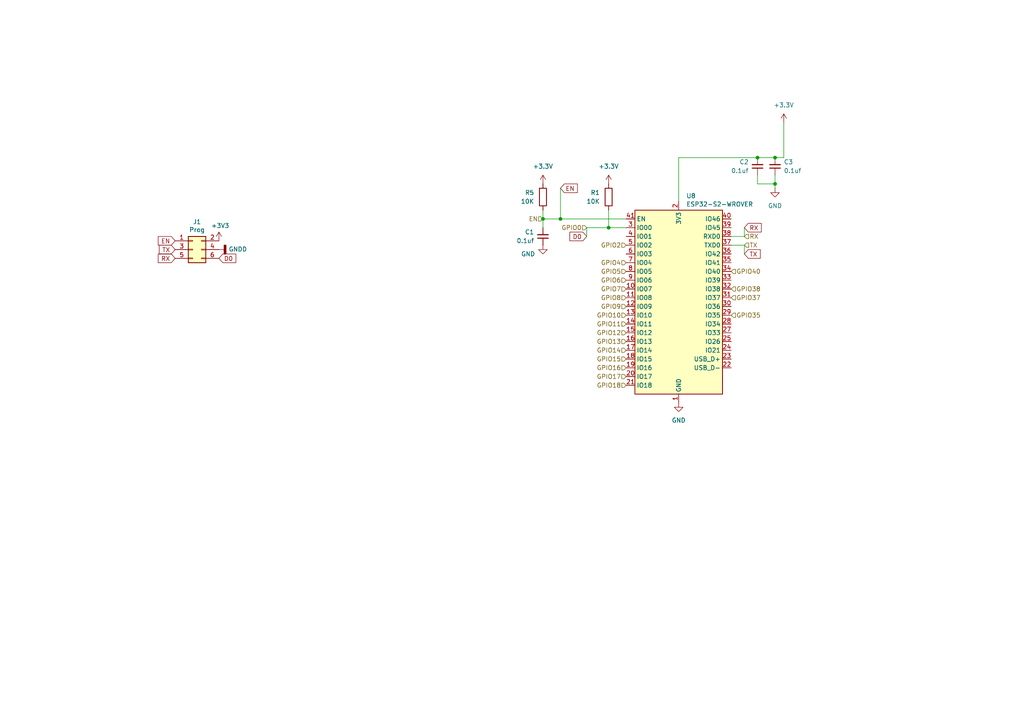
<source format=kicad_sch>
(kicad_sch (version 20231120) (generator "eeschema") (generator_version "8.0")
  (paper "A4")
  (lib_symbols
    (symbol "+3.3V_3" (power) (pin_names (offset 0))
      (property "Value" "+3.3V_3" (at 0 3.556 0))
      (symbol "+3.3V_3_0_1"
        (polyline (pts (xy -0.762 1.27) (xy 0 2.54)))
        (polyline (pts (xy 0 0) (xy 0 2.54)))
        (polyline (pts (xy 0 2.54) (xy 0.762 1.27)))
      )
      (symbol "+3.3V_3_1_1"
        (pin power_in line (at 0 0 90) (length 0) hide (name "+3.3V") (number "1"))
      )
    )
    (symbol "Connector_Generic:Conn_02x03_Odd_Even" (pin_names (offset 1.016) hide)
      (property "Reference" "J" (at 1.27 5.08 0))
      (property "Value" "Conn_02x03_Odd_Even" (at 1.27 -5.08 0))
      (symbol "Conn_02x03_Odd_Even_1_1"
        (rectangle (start -1.27 -2.413) (end 0 -2.667) (stroke (width 0.1524)))
        (rectangle (start -1.27 0.127) (end 0 -0.127) (stroke (width 0.1524)))
        (rectangle (start -1.27 2.667) (end 0 2.413) (stroke (width 0.1524)))
        (rectangle (start -1.27 3.81) (end 3.81 -3.81) (stroke (width 0.254)) (fill (type background)))
        (rectangle (start 3.81 -2.413) (end 2.54 -2.667) (stroke (width 0.1524)))
        (rectangle (start 3.81 0.127) (end 2.54 -0.127) (stroke (width 0.1524)))
        (rectangle (start 3.81 2.667) (end 2.54 2.413) (stroke (width 0.1524)))
        (pin passive line (at -5.08 2.54 0) (length 3.81) (name "Pin_1") (number "1"))
        (pin passive line (at 7.62 2.54 180) (length 3.81) (name "Pin_2") (number "2"))
        (pin passive line (at -5.08 0 0) (length 3.81) (name "Pin_3") (number "3"))
        (pin passive line (at 7.62 0 180) (length 3.81) (name "Pin_4") (number "4"))
        (pin passive line (at -5.08 -2.54 0) (length 3.81) (name "Pin_5") (number "5"))
        (pin passive line (at 7.62 -2.54 180) (length 3.81) (name "Pin_6") (number "6"))
      )
    )
    (symbol "Device:C_Small" (pin_numbers hide) (pin_names (offset 0.254) hide)
      (property "Reference" "C" (at 0.254 1.778 0))
      (property "Value" "C_Small" (at 0.254 -2.032 0))
      (symbol "C_Small_0_1"
        (polyline (pts (xy -1.524 -0.508) (xy 1.524 -0.508)) (stroke (width 0.3302)))
        (polyline (pts (xy -1.524 0.508) (xy 1.524 0.508)) (stroke (width 0.3048)))
      )
      (symbol "C_Small_1_1"
        (pin passive line (at 0 2.54 270) (length 2.032) (name "~") (number "1"))
        (pin passive line (at 0 -2.54 90) (length 2.032) (name "~") (number "2"))
      )
    )
    (symbol "Device:R" (pin_numbers hide) (pin_names (offset 0))
      (property "Reference" "R" (at 2.032 0 90))
      (property "Value" "R" (at 0 0 90))
      (symbol "R_0_1"
        (rectangle (start -1.016 -2.54) (end 1.016 2.54) (stroke (width 0.254)))
      )
      (symbol "R_1_1"
        (pin passive line (at 0 3.81 270) (length 1.27) (name "~") (number "1"))
        (pin passive line (at 0 -3.81 90) (length 1.27) (name "~") (number "2"))
      )
    )
    (symbol "GND_22" (power) (pin_names (offset 0))
      (property "Value" "GND_22" (at 0 -3.81 0))
      (symbol "GND_22_0_1"
        (polyline (pts (xy 0 0) (xy 0 -1.27) (xy 1.27 -1.27) (xy 0 -2.54) (xy -1.27 -1.27) (xy 0 -1.27)))
      )
      (symbol "GND_22_1_1"
        (pin power_in line (at 0 0 270) (length 0) hide (name "GND") (number "1"))
      )
    )
    (symbol "Programmer-rescue:+3V3-power" (power) (pin_names (offset 0))
      (property "Value" "power_+3V3" (at 0 3.556 0))
      (symbol "+3V3-power_0_1"
        (polyline (pts (xy -0.762 1.27) (xy 0 2.54)))
        (polyline (pts (xy 0 0) (xy 0 2.54)))
        (polyline (pts (xy 0 2.54) (xy 0.762 1.27)))
      )
      (symbol "+3V3-power_1_1"
        (pin power_in line (at 0 0 90) (length 0) hide (name "+3V3") (number "1"))
      )
    )
    (symbol "Programmer-rescue:GNDD-power" (power) (pin_names (offset 0))
      (property "Value" "power_GNDD" (at 0 -3.175 0))
      (symbol "GNDD-power_0_1"
        (rectangle (start -1.27 -1.524) (end 1.27 -2.032) (stroke (width 0.254)) (fill (type outline)))
        (polyline (pts (xy 0 0) (xy 0 -1.524)))
      )
      (symbol "GNDD-power_1_1"
        (pin power_in line (at 0 0 270) (length 0) hide (name "GNDD") (number "1"))
      )
    )
    (symbol "RF_Module:ESP32-S2-WROVER"
      (property "Reference" "U" (at -12.7 29.21 0))
      (property "Value" "ESP32-S2-WROVER" (at 2.54 29.21 0))
      (symbol "ESP32-S2-WROVER_0_1"
        (rectangle (start -12.7 27.94) (end 12.7 -25.4) (stroke (width 0.254)) (fill (type background)))
      )
      (symbol "ESP32-S2-WROVER_1_1"
        (pin power_in line (at 0 -27.94 90) (length 2.54) (name "GND") (number "1"))
        (pin bidirectional line (at -15.24 5.08 0) (length 2.54) (name "IO07") (number "10"))
        (pin bidirectional line (at -15.24 2.54 0) (length 2.54) (name "IO08") (number "11"))
        (pin bidirectional line (at -15.24 0 0) (length 2.54) (name "IO09") (number "12"))
        (pin bidirectional line (at -15.24 -2.54 0) (length 2.54) (name "IO10") (number "13"))
        (pin bidirectional line (at -15.24 -5.08 0) (length 2.54) (name "IO11") (number "14"))
        (pin bidirectional line (at -15.24 -7.62 0) (length 2.54) (name "IO12") (number "15"))
        (pin bidirectional line (at -15.24 -10.16 0) (length 2.54) (name "IO13") (number "16"))
        (pin bidirectional line (at -15.24 -12.7 0) (length 2.54) (name "IO14") (number "17"))
        (pin bidirectional line (at -15.24 -15.24 0) (length 2.54) (name "IO15") (number "18"))
        (pin bidirectional line (at -15.24 -17.78 0) (length 2.54) (name "IO16") (number "19"))
        (pin power_in line (at 0 30.48 270) (length 2.54) (name "3V3") (number "2"))
        (pin bidirectional line (at -15.24 -20.32 0) (length 2.54) (name "IO17") (number "20"))
        (pin bidirectional line (at -15.24 -22.86 0) (length 2.54) (name "IO18") (number "21"))
        (pin bidirectional line (at 15.24 -17.78 180) (length 2.54) (name "USB_D-") (number "22"))
        (pin bidirectional line (at 15.24 -15.24 180) (length 2.54) (name "USB_D+") (number "23"))
        (pin bidirectional line (at 15.24 -12.7 180) (length 2.54) (name "IO21") (number "24"))
        (pin bidirectional line (at 15.24 -10.16 180) (length 2.54) (name "IO26") (number "25"))
        (pin passive line (at 0 -27.94 90) (length 2.54) hide (name "GND") (number "26"))
        (pin bidirectional line (at 15.24 -7.62 180) (length 2.54) (name "IO33") (number "27"))
        (pin bidirectional line (at 15.24 -5.08 180) (length 2.54) (name "IO34") (number "28"))
        (pin bidirectional line (at 15.24 -2.54 180) (length 2.54) (name "IO35") (number "29"))
        (pin bidirectional line (at -15.24 22.86 0) (length 2.54) (name "IO00") (number "3"))
        (pin bidirectional line (at 15.24 0 180) (length 2.54) (name "IO36") (number "30"))
        (pin bidirectional line (at 15.24 2.54 180) (length 2.54) (name "IO37") (number "31"))
        (pin bidirectional line (at 15.24 5.08 180) (length 2.54) (name "IO38") (number "32"))
        (pin bidirectional line (at 15.24 7.62 180) (length 2.54) (name "IO39") (number "33"))
        (pin bidirectional line (at 15.24 10.16 180) (length 2.54) (name "IO40") (number "34"))
        (pin bidirectional line (at 15.24 12.7 180) (length 2.54) (name "IO41") (number "35"))
        (pin bidirectional line (at 15.24 15.24 180) (length 2.54) (name "IO42") (number "36"))
        (pin bidirectional line (at 15.24 17.78 180) (length 2.54) (name "TXD0") (number "37"))
        (pin bidirectional line (at 15.24 20.32 180) (length 2.54) (name "RXD0") (number "38"))
        (pin bidirectional line (at 15.24 22.86 180) (length 2.54) (name "IO45") (number "39"))
        (pin bidirectional line (at -15.24 20.32 0) (length 2.54) (name "IO01") (number "4"))
        (pin input line (at 15.24 25.4 180) (length 2.54) (name "IO46") (number "40"))
        (pin input line (at -15.24 25.4 0) (length 2.54) (name "EN") (number "41"))
        (pin passive line (at 0 -27.94 90) (length 2.54) hide (name "GND") (number "42"))
        (pin passive line (at 0 -27.94 90) (length 2.54) hide (name "GND") (number "43"))
        (pin bidirectional line (at -15.24 17.78 0) (length 2.54) (name "IO02") (number "5"))
        (pin bidirectional line (at -15.24 15.24 0) (length 2.54) (name "IO03") (number "6"))
        (pin bidirectional line (at -15.24 12.7 0) (length 2.54) (name "IO04") (number "7"))
        (pin bidirectional line (at -15.24 10.16 0) (length 2.54) (name "IO05") (number "8"))
        (pin bidirectional line (at -15.24 7.62 0) (length 2.54) (name "IO06") (number "9"))
      )
    )
  )
  (junction (at 224.79 53.34))
  (junction (at 176.53 66.04))
  (junction (at 162.56 63.5))
  (junction (at 224.79 45.72))
  (junction (at 219.71 45.72))
  (junction (at 157.48 63.5))
  (wire (pts (xy 162.56 54.61) (xy 162.56 63.5)))
  (wire (pts (xy 219.71 45.72) (xy 224.79 45.72)))
  (wire (pts (xy 219.71 50.8) (xy 219.71 53.34)))
  (wire (pts (xy 227.33 45.72) (xy 224.79 45.72)))
  (wire (pts (xy 215.9 66.04) (xy 215.9 68.58)))
  (wire (pts (xy 157.48 66.04) (xy 157.48 63.5)))
  (wire (pts (xy 227.33 35.56) (xy 227.33 45.72)))
  (wire (pts (xy 157.48 60.96) (xy 157.48 63.5)))
  (wire (pts (xy 196.85 45.72) (xy 219.71 45.72)))
  (wire (pts (xy 176.53 60.96) (xy 176.53 66.04)))
  (wire (pts (xy 170.18 66.04) (xy 176.53 66.04)))
  (wire (pts (xy 224.79 50.8) (xy 224.79 53.34)))
  (wire (pts (xy 162.56 63.5) (xy 181.61 63.5)))
  (wire (pts (xy 215.9 71.12) (xy 215.9 73.66)))
  (wire (pts (xy 170.18 66.04) (xy 170.18 68.58)))
  (wire (pts (xy 215.9 68.58) (xy 212.09 68.58)))
  (wire (pts (xy 215.9 71.12) (xy 212.09 71.12)))
  (wire (pts (xy 224.79 53.34) (xy 224.79 54.61)))
  (wire (pts (xy 196.85 45.72) (xy 196.85 58.42)))
  (wire (pts (xy 219.71 53.34) (xy 224.79 53.34)))
  (wire (pts (xy 157.48 63.5) (xy 162.56 63.5)))
  (wire (pts (xy 176.53 66.04) (xy 181.61 66.04)))
  (global_label "EN" (shape input) (at 162.56 54.61 0) (property "Intersheetrefs" "${INTERSHEET_REFS}" (effects (hide yes))))
  (global_label "RX" (shape input) (at 50.8 74.93 180) (property "Intersheetrefs" "${INTERSHEET_REFS}" (effects (hide yes))))
  (global_label "EN" (shape input) (at 50.8 69.85 180) (property "Intersheetrefs" "${INTERSHEET_REFS}" (effects (hide yes))))
  (global_label "D0" (shape input) (at 170.18 68.58 180) (property "Intersheetrefs" "${INTERSHEET_REFS}" (effects (hide yes))))
  (global_label "TX" (shape input) (at 215.9 73.66 0) (property "Intersheetrefs" "${INTERSHEET_REFS}" (effects (hide yes))))
  (global_label "TX" (shape input) (at 50.8 72.39 180) (property "Intersheetrefs" "${INTERSHEET_REFS}" (effects (hide yes))))
  (global_label "D0" (shape input) (at 63.5 74.93 0) (property "Intersheetrefs" "${INTERSHEET_REFS}" (effects (hide yes))))
  (global_label "RX" (shape input) (at 215.9 66.04 0) (property "Intersheetrefs" "${INTERSHEET_REFS}" (effects (hide yes))))
  (hierarchical_label "GPIO2" (shape input) (at 181.61 71.12 180))
  (hierarchical_label "GPIO35" (shape input) (at 212.09 91.44 0))
  (hierarchical_label "GPIO8" (shape input) (at 181.61 86.36 180))
  (hierarchical_label "GPIO11" (shape input) (at 181.61 93.98 180))
  (hierarchical_label "GPIO6" (shape input) (at 181.61 81.28 180))
  (hierarchical_label "TX" (shape input) (at 215.9 71.12 0))
  (hierarchical_label "GPIO18" (shape input) (at 181.61 111.76 180))
  (hierarchical_label "GPIO13" (shape input) (at 181.61 99.06 180))
  (hierarchical_label "GPIO9" (shape input) (at 181.61 88.9 180))
  (hierarchical_label "GPIO17" (shape input) (at 181.61 109.22 180))
  (hierarchical_label "GPIO10" (shape input) (at 181.61 91.44 180))
  (hierarchical_label "GPIO5" (shape input) (at 181.61 78.74 180))
  (hierarchical_label "GPIO4" (shape input) (at 181.61 76.2 180))
  (hierarchical_label "GPIO16" (shape input) (at 181.61 106.68 180))
  (hierarchical_label "RX" (shape input) (at 215.9 68.58 0))
  (hierarchical_label "GPIO15" (shape input) (at 181.61 104.14 180))
  (hierarchical_label "GPIO38" (shape input) (at 212.09 83.82 0))
  (hierarchical_label "EN" (shape input) (at 157.48 63.5 180))
  (hierarchical_label "GPIO14" (shape input) (at 181.61 101.6 180))
  (hierarchical_label "GPIO0" (shape input) (at 170.18 66.04 180))
  (hierarchical_label "GPIO12" (shape input) (at 181.61 96.52 180))
  (hierarchical_label "GPIO40" (shape input) (at 212.09 78.74 0))
  (hierarchical_label "GPIO7" (shape input) (at 181.61 83.82 180))
  (hierarchical_label "GPIO37" (shape input) (at 212.09 86.36 0))
  (symbol (lib_id "Programmer-rescue:GNDD-power") (at 63.5 72.39 90) (unit 1)
    (property "Reference" "#PWR036" (effects (hide yes)))
    (property "Value" "GNDD" (at 66.294 72.2884 90) (effects (justify right)))
  )
  (symbol (lib_id "Device:R") (at 157.48 57.15 0) (mirror y) (unit 1)
    (property "Reference" "R5" (at 154.94 55.8799 0) (effects (justify left)))
    (property "Value" "10K" (at 154.94 58.4199 0) (effects (justify left)))
    (property "Footprint" "Resistor_SMD:R_0603_1608Metric" (effects (hide yes)))
    (property "LINK" "https://www.digikey.com/en/products/detail/stackpole-electronics-inc/RMCF0805JT10K0/1757762" (effects (hide yes)))
  )
  (symbol (lib_id "RF_Module:ESP32-S2-WROVER") (at 196.85 88.9 0) (unit 1)
    (property "Reference" "U8" (at 199.0441 56.8155 0) (effects (justify left)))
    (property "Value" "ESP32-S2-WROVER" (at 199.0441 59.2398 0) (effects (justify left)))
    (property "Footprint" "RF_Module:ESP32-S2-WROVER" (effects (hide yes)))
    (property "Datasheet" "https://www.espressif.com/sites/default/files/documentation/esp32-s2-wroom_esp32-s2-wroom-i_datasheet_en.pdf" (effects (hide yes)))
    (property "Description" "RF Module, ESP32-D0WDQ6 SoC, Wi-Fi 802.11b/g/n, 32-bit, 2.7-3.6V, onboard antenna, SMD" (effects (hide yes)))
  )
  (symbol (lib_id "Device:C_Small") (at 224.79 48.26 180) (unit 1)
    (property "Reference" "C3" (at 227.33 46.9836 0) (effects (justify right)))
    (property "Value" "0.1uf" (at 227.33 49.5236 0) (effects (justify right)))
    (property "Footprint" "Capacitor_SMD:C_0603_1608Metric" (effects (hide yes)))
    (property "LINK" "https://www.digikey.com/en/products/detail/samsung-electro-mechanics/CL21B104KBCNNNC/3886661" (effects (hide yes)))
  )
  (symbol (lib_name "+3.3V_3") (lib_id "power:+3.3V") (at 176.53 53.34 0) (unit 1)
    (property "Reference" "#PWR06" (effects (hide yes)))
    (property "Value" "+3.3V" (at 176.53 48.26 0))
  )
  (symbol (lib_name "GND_22") (lib_id "power:GND") (at 224.79 54.61 0) (unit 1)
    (property "Reference" "#PWR032" (effects (hide yes)))
    (property "Value" "GND" (at 224.79 59.69 0))
  )
  (symbol (lib_name "GND_22") (lib_id "power:GND") (at 196.85 116.84 0) (unit 1)
    (property "Reference" "#PWR029" (effects (hide yes)))
    (property "Value" "GND" (at 196.85 121.92 0))
  )
  (symbol (lib_name "+3.3V_3") (lib_id "power:+3.3V") (at 227.33 35.56 0) (unit 1)
    (property "Reference" "#PWR033" (effects (hide yes)))
    (property "Value" "+3.3V" (at 227.33 30.48 0))
  )
  (symbol (lib_id "Device:R") (at 176.53 57.15 0) (mirror y) (unit 1)
    (property "Reference" "R1" (at 173.99 55.8799 0) (effects (justify left)))
    (property "Value" "10K" (at 173.99 58.4199 0) (effects (justify left)))
    (property "Footprint" "Resistor_SMD:R_0603_1608Metric" (effects (hide yes)))
    (property "LINK" "https://www.digikey.com/en/products/detail/stackpole-electronics-inc/RMCF0805JT10K0/1757762" (effects (hide yes)))
  )
  (symbol (lib_id "Programmer-rescue:+3V3-power") (at 63.5 69.85 0) (unit 1)
    (property "Reference" "#PWR035" (effects (hide yes)))
    (property "Value" "+3V3" (at 63.881 65.4558 0))
  )
  (symbol (lib_name "GND_22") (lib_id "power:GND") (at 157.48 71.12 0) (unit 1)
    (property "Reference" "#PWR011" (effects (hide yes)))
    (property "Value" "GND" (at 153.162 73.66 0))
  )
  (symbol (lib_id "Device:C_Small") (at 157.48 68.58 0) (mirror x) (unit 1)
    (property "Reference" "C1" (at 154.94 67.3036 0) (effects (justify right)))
    (property "Value" "0.1uf" (at 154.94 69.8436 0) (effects (justify right)))
    (property "Footprint" "Capacitor_SMD:C_0603_1608Metric" (effects (hide yes)))
    (property "LINK" "https://www.digikey.com/en/products/detail/samsung-electro-mechanics/CL21B104KBCNNNC/3886661" (effects (hide yes)))
  )
  (symbol (lib_id "Connector_Generic:Conn_02x03_Odd_Even") (at 55.88 72.39 0) (unit 1)
    (property "Reference" "J1" (at 57.15 64.3382 0))
    (property "Value" "Prog" (at 57.15 66.6496 0))
    (property "Footprint" "Connector_PinHeader_1.27mm:PinHeader_2x03_P1.27mm_Vertical_SMD" (effects (hide yes)))
  )
  (symbol (lib_name "+3.3V_3") (lib_id "power:+3.3V") (at 157.48 53.34 0) (unit 1)
    (property "Reference" "#PWR010" (effects (hide yes)))
    (property "Value" "+3.3V" (at 157.48 48.26 0))
  )
  (symbol (lib_id "Device:C_Small") (at 219.71 48.26 0) (mirror x) (unit 1)
    (property "Reference" "C2" (at 217.17 46.9836 0) (effects (justify right)))
    (property "Value" "0.1uf" (at 217.17 49.5236 0) (effects (justify right)))
    (property "Footprint" "Capacitor_SMD:C_0603_1608Metric" (effects (hide yes)))
    (property "LINK" "https://www.digikey.com/en/products/detail/samsung-electro-mechanics/CL21B104KBCNNNC/3886661" (effects (hide yes)))
  )
)
</source>
